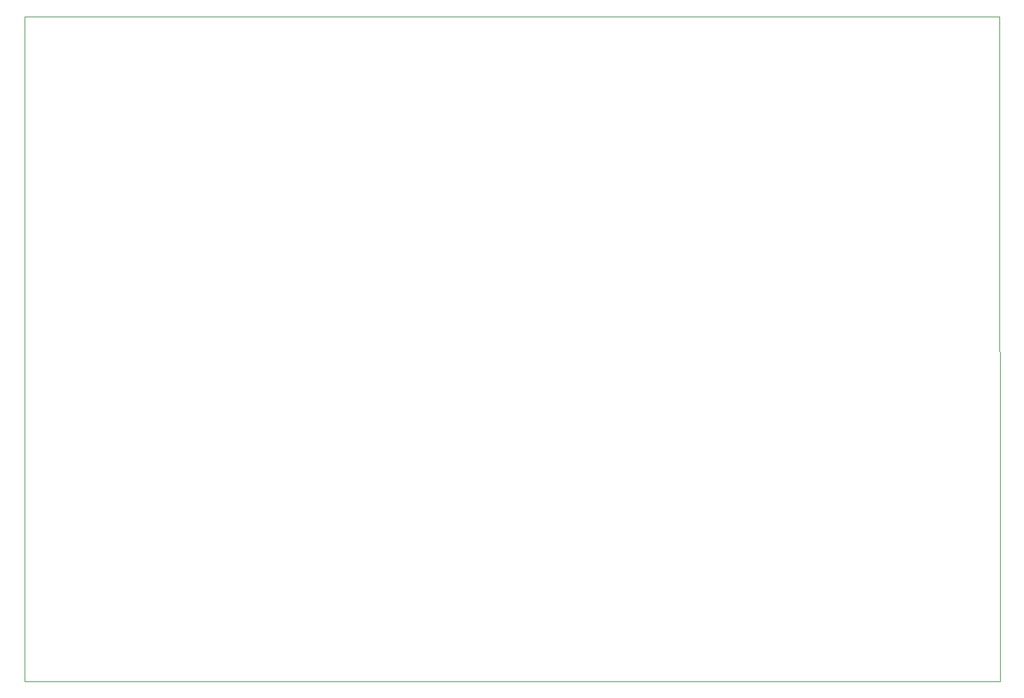
<source format=gbr>
%TF.GenerationSoftware,KiCad,Pcbnew,(6.0.1)*%
%TF.CreationDate,2022-09-20T17:47:08-03:00*%
%TF.ProjectId,HLI-M,484c492d-4d2e-46b6-9963-61645f706362,rev?*%
%TF.SameCoordinates,Original*%
%TF.FileFunction,Paste,Bot*%
%TF.FilePolarity,Positive*%
%FSLAX46Y46*%
G04 Gerber Fmt 4.6, Leading zero omitted, Abs format (unit mm)*
G04 Created by KiCad (PCBNEW (6.0.1)) date 2022-09-20 17:47:08*
%MOMM*%
%LPD*%
G01*
G04 APERTURE LIST*
%TA.AperFunction,Profile*%
%ADD10C,0.050000*%
%TD*%
G04 APERTURE END LIST*
D10*
X189204600Y-113538000D02*
X189179200Y-28854400D01*
X65030000Y-28825500D02*
X65030000Y-113534500D01*
X189179200Y-28854400D02*
X65030000Y-28825500D01*
X65030000Y-113534500D02*
X189204600Y-113538000D01*
M02*

</source>
